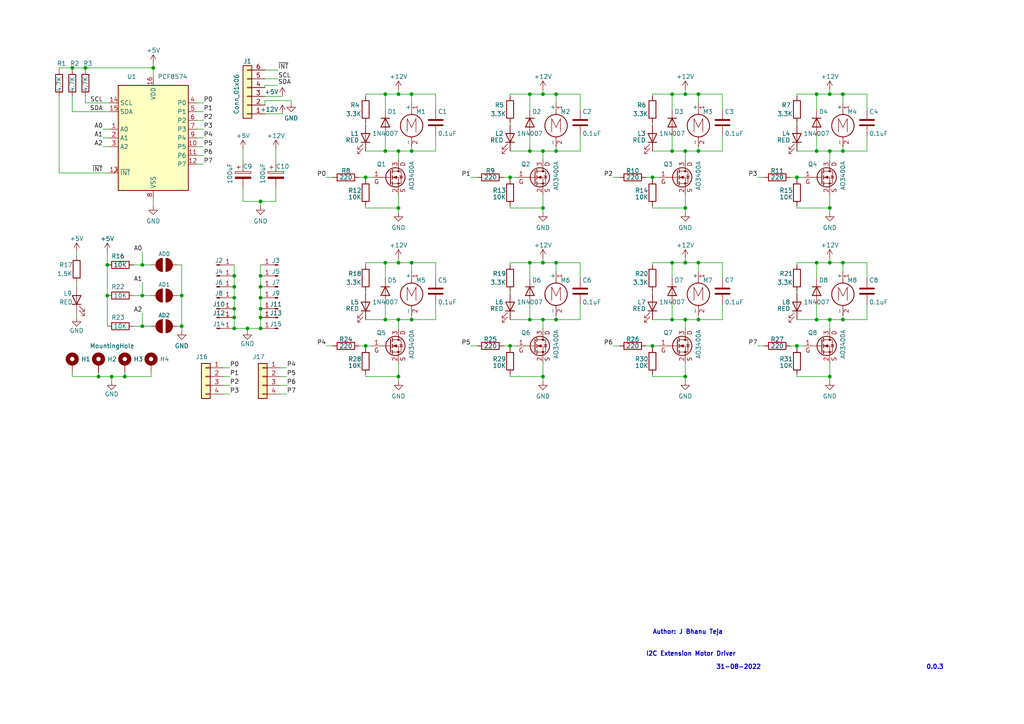
<source format=kicad_sch>
(kicad_sch (version 20211123) (generator eeschema)
  (paper "A4")
  (junction (at 240.665 76.2))
  (junction (at 28.575 109.22))
  (junction (at 240.665 92.71))
  (junction (at 75.565 58.42))
  (junction (at 157.48 76.2))
  (junction (at 198.755 60.325))
  (junction (at 194.945 43.815))
  (junction (at 75.565 80.01))
  (junction (at 41.275 85.725))
  (junction (at 52.705 85.725))
  (junction (at 194.945 76.2))
  (junction (at 111.76 92.71))
  (junction (at 202.565 27.305))
  (junction (at 67.945 89.535))
  (junction (at 147.955 100.33))
  (junction (at 153.67 92.71))
  (junction (at 44.45 19.685))
  (junction (at 194.945 92.71))
  (junction (at 157.48 109.22))
  (junction (at 119.38 92.71))
  (junction (at 75.565 95.25))
  (junction (at 202.565 43.815))
  (junction (at 153.67 43.815))
  (junction (at 236.855 92.71))
  (junction (at 75.565 83.185))
  (junction (at 106.045 51.435))
  (junction (at 161.29 27.305))
  (junction (at 115.57 92.71))
  (junction (at 153.67 76.2))
  (junction (at 111.76 43.815))
  (junction (at 75.565 92.075))
  (junction (at 157.48 43.815))
  (junction (at 157.48 60.325))
  (junction (at 161.29 76.2))
  (junction (at 240.665 27.305))
  (junction (at 75.565 86.36))
  (junction (at 75.565 89.535))
  (junction (at 119.38 76.2))
  (junction (at 119.38 43.815))
  (junction (at 189.23 100.33))
  (junction (at 31.115 76.835))
  (junction (at 119.38 27.305))
  (junction (at 236.855 43.815))
  (junction (at 244.475 43.815))
  (junction (at 36.195 109.22))
  (junction (at 41.275 94.615))
  (junction (at 161.29 43.815))
  (junction (at 67.945 95.25))
  (junction (at 189.23 51.435))
  (junction (at 240.665 43.815))
  (junction (at 198.755 92.71))
  (junction (at 111.76 76.2))
  (junction (at 236.855 76.2))
  (junction (at 244.475 76.2))
  (junction (at 31.115 85.725))
  (junction (at 157.48 92.71))
  (junction (at 115.57 76.2))
  (junction (at 240.665 109.22))
  (junction (at 198.755 76.2))
  (junction (at 52.705 94.615))
  (junction (at 231.14 100.33))
  (junction (at 115.57 60.325))
  (junction (at 67.945 86.36))
  (junction (at 194.945 27.305))
  (junction (at 115.57 109.22))
  (junction (at 240.665 60.325))
  (junction (at 153.67 27.305))
  (junction (at 202.565 92.71))
  (junction (at 115.57 43.815))
  (junction (at 111.76 27.305))
  (junction (at 67.945 83.185))
  (junction (at 24.765 19.685))
  (junction (at 198.755 27.305))
  (junction (at 71.755 95.25))
  (junction (at 236.855 27.305))
  (junction (at 67.945 92.075))
  (junction (at 41.275 76.835))
  (junction (at 231.14 51.435))
  (junction (at 198.755 109.22))
  (junction (at 157.48 27.305))
  (junction (at 147.955 51.435))
  (junction (at 20.955 19.685))
  (junction (at 198.755 43.815))
  (junction (at 32.385 109.22))
  (junction (at 244.475 27.305))
  (junction (at 202.565 76.2))
  (junction (at 161.29 92.71))
  (junction (at 67.945 80.01))
  (junction (at 115.57 27.305))
  (junction (at 106.045 100.33))
  (junction (at 244.475 92.71))
  (wire (pts (xy 157.48 109.22) (xy 157.48 110.49)))
  (wire (pts (xy 157.48 43.815) (xy 161.29 43.815)))
  (wire (pts (xy 119.38 27.305) (xy 119.38 29.845)))
  (wire (pts (xy 251.46 39.37) (xy 251.46 43.815)))
  (wire (pts (xy 71.755 95.885) (xy 71.755 95.25)))
  (wire (pts (xy 168.275 80.645) (xy 168.275 76.2)))
  (wire (pts (xy 236.855 27.305) (xy 240.665 27.305)))
  (wire (pts (xy 240.665 26.035) (xy 240.665 27.305)))
  (wire (pts (xy 24.765 27.94) (xy 24.765 29.845)))
  (wire (pts (xy 168.275 43.815) (xy 161.29 43.815)))
  (wire (pts (xy 209.55 92.71) (xy 202.565 92.71)))
  (wire (pts (xy 168.275 88.265) (xy 168.275 92.71)))
  (wire (pts (xy 189.23 92.71) (xy 194.945 92.71)))
  (wire (pts (xy 194.945 88.265) (xy 194.945 92.71)))
  (wire (pts (xy 136.525 51.435) (xy 138.43 51.435)))
  (wire (pts (xy 44.45 57.785) (xy 44.45 59.69)))
  (wire (pts (xy 157.48 74.93) (xy 157.48 76.2)))
  (wire (pts (xy 38.735 85.725) (xy 41.275 85.725)))
  (wire (pts (xy 229.235 100.33) (xy 231.14 100.33)))
  (wire (pts (xy 189.23 59.69) (xy 189.23 60.325)))
  (wire (pts (xy 236.855 92.71) (xy 240.665 92.71)))
  (wire (pts (xy 219.71 100.33) (xy 221.615 100.33)))
  (wire (pts (xy 194.945 76.2) (xy 198.755 76.2)))
  (wire (pts (xy 24.765 29.845) (xy 31.75 29.845)))
  (wire (pts (xy 202.565 43.815) (xy 202.565 42.545)))
  (wire (pts (xy 64.77 114.3) (xy 66.675 114.3)))
  (wire (pts (xy 153.67 88.265) (xy 153.67 92.71)))
  (wire (pts (xy 231.14 51.435) (xy 231.14 52.07)))
  (wire (pts (xy 17.145 50.165) (xy 31.75 50.165)))
  (wire (pts (xy 76.835 30.48) (xy 76.835 29.21)))
  (wire (pts (xy 31.115 73.025) (xy 31.115 76.835)))
  (wire (pts (xy 81.28 114.3) (xy 83.185 114.3)))
  (wire (pts (xy 209.55 27.305) (xy 202.565 27.305)))
  (wire (pts (xy 106.045 35.56) (xy 106.045 36.195)))
  (wire (pts (xy 147.955 109.22) (xy 157.48 109.22)))
  (wire (pts (xy 157.48 43.815) (xy 157.48 46.355)))
  (wire (pts (xy 251.46 76.2) (xy 244.475 76.2)))
  (wire (pts (xy 106.045 60.325) (xy 115.57 60.325)))
  (wire (pts (xy 202.565 92.71) (xy 202.565 91.44)))
  (wire (pts (xy 41.275 85.725) (xy 43.815 85.725)))
  (wire (pts (xy 41.275 94.615) (xy 43.815 94.615)))
  (wire (pts (xy 94.615 51.435) (xy 96.52 51.435)))
  (wire (pts (xy 189.23 100.33) (xy 189.23 100.965)))
  (wire (pts (xy 67.945 92.075) (xy 67.945 95.25)))
  (wire (pts (xy 84.455 29.21) (xy 84.455 29.845)))
  (wire (pts (xy 202.565 76.2) (xy 202.565 78.74)))
  (wire (pts (xy 106.045 100.33) (xy 107.95 100.33)))
  (wire (pts (xy 231.14 84.455) (xy 231.14 85.09)))
  (wire (pts (xy 231.14 51.435) (xy 233.045 51.435)))
  (wire (pts (xy 51.435 85.725) (xy 52.705 85.725)))
  (wire (pts (xy 106.045 92.71) (xy 111.76 92.71)))
  (wire (pts (xy 189.23 108.585) (xy 189.23 109.22)))
  (wire (pts (xy 240.665 109.22) (xy 240.665 110.49)))
  (wire (pts (xy 41.275 90.805) (xy 41.275 94.615)))
  (wire (pts (xy 126.365 39.37) (xy 126.365 43.815)))
  (wire (pts (xy 251.46 88.265) (xy 251.46 92.71)))
  (wire (pts (xy 198.755 92.71) (xy 202.565 92.71)))
  (wire (pts (xy 231.14 100.33) (xy 233.045 100.33)))
  (wire (pts (xy 106.045 100.33) (xy 106.045 100.965)))
  (wire (pts (xy 168.275 76.2) (xy 161.29 76.2)))
  (wire (pts (xy 115.57 105.41) (xy 115.57 109.22)))
  (wire (pts (xy 111.76 27.305) (xy 115.57 27.305)))
  (wire (pts (xy 115.57 109.22) (xy 115.57 110.49)))
  (wire (pts (xy 43.815 109.22) (xy 43.815 107.95)))
  (wire (pts (xy 147.955 100.33) (xy 149.86 100.33)))
  (wire (pts (xy 231.14 59.69) (xy 231.14 60.325)))
  (wire (pts (xy 80.01 58.42) (xy 75.565 58.42)))
  (wire (pts (xy 189.23 109.22) (xy 198.755 109.22)))
  (wire (pts (xy 189.23 100.33) (xy 191.135 100.33)))
  (wire (pts (xy 106.045 59.69) (xy 106.045 60.325)))
  (wire (pts (xy 115.57 92.71) (xy 115.57 95.25)))
  (wire (pts (xy 115.57 27.305) (xy 119.38 27.305)))
  (wire (pts (xy 236.855 27.305) (xy 236.855 31.75)))
  (wire (pts (xy 147.955 27.94) (xy 147.955 27.305)))
  (wire (pts (xy 189.23 51.435) (xy 189.23 52.07)))
  (wire (pts (xy 157.48 76.2) (xy 161.29 76.2)))
  (wire (pts (xy 76.835 29.21) (xy 84.455 29.21)))
  (wire (pts (xy 76.835 22.86) (xy 80.645 22.86)))
  (wire (pts (xy 198.755 43.815) (xy 198.755 46.355)))
  (wire (pts (xy 147.955 35.56) (xy 147.955 36.195)))
  (wire (pts (xy 240.665 92.71) (xy 240.665 95.25)))
  (wire (pts (xy 168.275 27.305) (xy 161.29 27.305)))
  (wire (pts (xy 236.855 39.37) (xy 236.855 43.815)))
  (wire (pts (xy 75.565 80.01) (xy 75.565 83.185)))
  (wire (pts (xy 136.525 100.33) (xy 138.43 100.33)))
  (wire (pts (xy 20.955 109.22) (xy 28.575 109.22)))
  (wire (pts (xy 115.57 26.035) (xy 115.57 27.305)))
  (wire (pts (xy 147.955 108.585) (xy 147.955 109.22)))
  (wire (pts (xy 106.045 76.835) (xy 106.045 76.2)))
  (wire (pts (xy 75.565 83.185) (xy 75.565 86.36)))
  (wire (pts (xy 198.755 74.93) (xy 198.755 76.2)))
  (wire (pts (xy 126.365 88.265) (xy 126.365 92.71)))
  (wire (pts (xy 28.575 107.95) (xy 28.575 109.22)))
  (wire (pts (xy 231.14 43.815) (xy 236.855 43.815)))
  (wire (pts (xy 240.665 27.305) (xy 244.475 27.305)))
  (wire (pts (xy 115.57 92.71) (xy 119.38 92.71)))
  (wire (pts (xy 251.46 43.815) (xy 244.475 43.815)))
  (wire (pts (xy 76.835 24.765) (xy 80.645 24.765)))
  (wire (pts (xy 147.955 84.455) (xy 147.955 85.09)))
  (wire (pts (xy 75.565 76.835) (xy 75.565 80.01)))
  (wire (pts (xy 81.28 111.76) (xy 83.185 111.76)))
  (wire (pts (xy 147.955 100.33) (xy 147.955 100.965)))
  (wire (pts (xy 67.945 80.01) (xy 67.945 83.185)))
  (wire (pts (xy 57.15 47.625) (xy 59.055 47.625)))
  (wire (pts (xy 189.23 51.435) (xy 191.135 51.435)))
  (wire (pts (xy 240.665 43.815) (xy 244.475 43.815)))
  (wire (pts (xy 189.23 43.815) (xy 194.945 43.815)))
  (wire (pts (xy 157.48 26.035) (xy 157.48 27.305)))
  (wire (pts (xy 106.045 43.815) (xy 111.76 43.815)))
  (wire (pts (xy 209.55 76.2) (xy 202.565 76.2)))
  (wire (pts (xy 36.195 109.22) (xy 43.815 109.22)))
  (wire (pts (xy 198.755 60.325) (xy 198.755 61.595)))
  (wire (pts (xy 57.15 42.545) (xy 59.055 42.545)))
  (wire (pts (xy 231.14 92.71) (xy 236.855 92.71)))
  (wire (pts (xy 240.665 43.815) (xy 240.665 46.355)))
  (wire (pts (xy 76.835 33.02) (xy 81.915 33.02)))
  (wire (pts (xy 57.15 45.085) (xy 59.055 45.085)))
  (wire (pts (xy 41.275 76.835) (xy 43.815 76.835)))
  (wire (pts (xy 44.45 18.415) (xy 44.45 19.685)))
  (wire (pts (xy 104.14 51.435) (xy 106.045 51.435)))
  (wire (pts (xy 64.77 111.76) (xy 66.675 111.76)))
  (wire (pts (xy 29.845 40.005) (xy 31.75 40.005)))
  (wire (pts (xy 111.76 92.71) (xy 115.57 92.71)))
  (wire (pts (xy 67.945 76.835) (xy 67.945 80.01)))
  (wire (pts (xy 231.14 100.33) (xy 231.14 100.965)))
  (wire (pts (xy 36.195 107.95) (xy 36.195 109.22)))
  (wire (pts (xy 189.23 76.2) (xy 194.945 76.2)))
  (wire (pts (xy 71.755 95.25) (xy 75.565 95.25)))
  (wire (pts (xy 168.275 39.37) (xy 168.275 43.815)))
  (wire (pts (xy 231.14 27.305) (xy 236.855 27.305)))
  (wire (pts (xy 198.755 92.71) (xy 198.755 95.25)))
  (wire (pts (xy 67.945 83.185) (xy 67.945 86.36)))
  (wire (pts (xy 177.8 100.33) (xy 179.705 100.33)))
  (wire (pts (xy 147.955 76.835) (xy 147.955 76.2)))
  (wire (pts (xy 22.225 73.025) (xy 22.225 74.295)))
  (wire (pts (xy 29.845 42.545) (xy 31.75 42.545)))
  (wire (pts (xy 161.29 92.71) (xy 161.29 91.44)))
  (wire (pts (xy 189.23 27.305) (xy 194.945 27.305)))
  (wire (pts (xy 80.01 54.61) (xy 80.01 58.42)))
  (wire (pts (xy 31.115 85.725) (xy 31.115 94.615)))
  (wire (pts (xy 32.385 110.49) (xy 32.385 109.22)))
  (wire (pts (xy 81.28 106.68) (xy 83.185 106.68)))
  (wire (pts (xy 76.835 27.94) (xy 81.915 27.94)))
  (wire (pts (xy 153.67 43.815) (xy 157.48 43.815)))
  (wire (pts (xy 198.755 27.305) (xy 202.565 27.305)))
  (wire (pts (xy 147.955 43.815) (xy 153.67 43.815)))
  (wire (pts (xy 41.275 81.915) (xy 41.275 85.725)))
  (wire (pts (xy 244.475 76.2) (xy 244.475 78.74)))
  (wire (pts (xy 157.48 60.325) (xy 157.48 61.595)))
  (wire (pts (xy 22.225 90.805) (xy 22.225 92.075)))
  (wire (pts (xy 244.475 27.305) (xy 244.475 29.845)))
  (wire (pts (xy 20.955 107.95) (xy 20.955 109.22)))
  (wire (pts (xy 189.23 60.325) (xy 198.755 60.325)))
  (wire (pts (xy 111.76 39.37) (xy 111.76 43.815)))
  (wire (pts (xy 51.435 94.615) (xy 52.705 94.615)))
  (wire (pts (xy 115.57 43.815) (xy 115.57 46.355)))
  (wire (pts (xy 194.945 39.37) (xy 194.945 43.815)))
  (wire (pts (xy 52.705 76.835) (xy 52.705 85.725)))
  (wire (pts (xy 75.565 59.69) (xy 75.565 58.42)))
  (wire (pts (xy 231.14 108.585) (xy 231.14 109.22)))
  (wire (pts (xy 24.765 19.685) (xy 44.45 19.685)))
  (wire (pts (xy 161.29 27.305) (xy 161.29 29.845)))
  (wire (pts (xy 194.945 43.815) (xy 198.755 43.815)))
  (wire (pts (xy 231.14 60.325) (xy 240.665 60.325)))
  (wire (pts (xy 147.955 92.71) (xy 153.67 92.71)))
  (wire (pts (xy 126.365 27.305) (xy 119.38 27.305)))
  (wire (pts (xy 147.955 76.2) (xy 153.67 76.2)))
  (wire (pts (xy 51.435 76.835) (xy 52.705 76.835)))
  (wire (pts (xy 187.325 100.33) (xy 189.23 100.33)))
  (wire (pts (xy 231.14 109.22) (xy 240.665 109.22)))
  (wire (pts (xy 119.38 43.815) (xy 119.38 42.545)))
  (wire (pts (xy 189.23 84.455) (xy 189.23 85.09)))
  (wire (pts (xy 76.835 25.4) (xy 76.835 24.765)))
  (wire (pts (xy 219.71 51.435) (xy 221.615 51.435)))
  (wire (pts (xy 157.48 56.515) (xy 157.48 60.325)))
  (wire (pts (xy 126.365 31.75) (xy 126.365 27.305)))
  (wire (pts (xy 31.115 76.835) (xy 31.115 85.725)))
  (wire (pts (xy 20.955 19.685) (xy 24.765 19.685)))
  (wire (pts (xy 236.855 88.265) (xy 236.855 92.71)))
  (wire (pts (xy 240.665 105.41) (xy 240.665 109.22)))
  (wire (pts (xy 194.945 27.305) (xy 194.945 31.75)))
  (wire (pts (xy 70.485 58.42) (xy 75.565 58.42)))
  (wire (pts (xy 236.855 43.815) (xy 240.665 43.815)))
  (wire (pts (xy 194.945 76.2) (xy 194.945 80.645)))
  (wire (pts (xy 52.705 94.615) (xy 52.705 95.885)))
  (wire (pts (xy 20.955 32.385) (xy 31.75 32.385)))
  (wire (pts (xy 41.275 73.025) (xy 41.275 76.835)))
  (wire (pts (xy 32.385 109.22) (xy 36.195 109.22)))
  (wire (pts (xy 147.955 27.305) (xy 153.67 27.305)))
  (wire (pts (xy 115.57 43.815) (xy 119.38 43.815)))
  (wire (pts (xy 111.76 43.815) (xy 115.57 43.815)))
  (wire (pts (xy 198.755 56.515) (xy 198.755 60.325)))
  (wire (pts (xy 106.045 76.2) (xy 111.76 76.2)))
  (wire (pts (xy 198.755 76.2) (xy 202.565 76.2)))
  (wire (pts (xy 146.05 100.33) (xy 147.955 100.33)))
  (wire (pts (xy 111.76 76.2) (xy 115.57 76.2)))
  (wire (pts (xy 198.755 43.815) (xy 202.565 43.815)))
  (wire (pts (xy 251.46 80.645) (xy 251.46 76.2)))
  (wire (pts (xy 209.55 80.645) (xy 209.55 76.2)))
  (wire (pts (xy 244.475 43.815) (xy 244.475 42.545)))
  (wire (pts (xy 251.46 31.75) (xy 251.46 27.305)))
  (wire (pts (xy 64.77 106.68) (xy 66.675 106.68)))
  (wire (pts (xy 236.855 76.2) (xy 240.665 76.2)))
  (wire (pts (xy 126.365 43.815) (xy 119.38 43.815)))
  (wire (pts (xy 209.55 88.265) (xy 209.55 92.71)))
  (wire (pts (xy 17.145 19.685) (xy 20.955 19.685)))
  (wire (pts (xy 38.735 94.615) (xy 41.275 94.615)))
  (wire (pts (xy 17.145 20.32) (xy 17.145 19.685)))
  (wire (pts (xy 161.29 43.815) (xy 161.29 42.545)))
  (wire (pts (xy 115.57 56.515) (xy 115.57 60.325)))
  (wire (pts (xy 75.565 86.36) (xy 75.565 89.535)))
  (wire (pts (xy 106.045 109.22) (xy 115.57 109.22)))
  (wire (pts (xy 240.665 60.325) (xy 240.665 61.595)))
  (wire (pts (xy 80.01 43.18) (xy 80.01 46.99)))
  (wire (pts (xy 106.045 51.435) (xy 107.95 51.435)))
  (wire (pts (xy 189.23 35.56) (xy 189.23 36.195)))
  (wire (pts (xy 202.565 27.305) (xy 202.565 29.845)))
  (wire (pts (xy 198.755 109.22) (xy 198.755 110.49)))
  (wire (pts (xy 194.945 92.71) (xy 198.755 92.71)))
  (wire (pts (xy 251.46 27.305) (xy 244.475 27.305)))
  (wire (pts (xy 240.665 76.2) (xy 244.475 76.2)))
  (wire (pts (xy 147.955 60.325) (xy 157.48 60.325)))
  (wire (pts (xy 57.15 40.005) (xy 59.055 40.005)))
  (wire (pts (xy 115.57 74.93) (xy 115.57 76.2)))
  (wire (pts (xy 119.38 92.71) (xy 119.38 91.44)))
  (wire (pts (xy 57.15 32.385) (xy 59.055 32.385)))
  (wire (pts (xy 153.67 76.2) (xy 153.67 80.645)))
  (wire (pts (xy 157.48 92.71) (xy 161.29 92.71)))
  (wire (pts (xy 67.945 86.36) (xy 67.945 89.535)))
  (wire (pts (xy 115.57 60.325) (xy 115.57 61.595)))
  (wire (pts (xy 24.765 19.685) (xy 24.765 20.32)))
  (wire (pts (xy 57.15 34.925) (xy 59.055 34.925)))
  (wire (pts (xy 44.45 19.685) (xy 44.45 22.225)))
  (wire (pts (xy 198.755 105.41) (xy 198.755 109.22)))
  (wire (pts (xy 240.665 74.93) (xy 240.665 76.2)))
  (wire (pts (xy 153.67 39.37) (xy 153.67 43.815)))
  (wire (pts (xy 81.28 109.22) (xy 83.185 109.22)))
  (wire (pts (xy 189.23 27.94) (xy 189.23 27.305)))
  (wire (pts (xy 22.225 81.915) (xy 22.225 83.185)))
  (wire (pts (xy 75.565 92.075) (xy 75.565 95.25)))
  (wire (pts (xy 147.955 59.69) (xy 147.955 60.325)))
  (wire (pts (xy 64.77 109.22) (xy 66.675 109.22)))
  (wire (pts (xy 104.14 100.33) (xy 106.045 100.33)))
  (wire (pts (xy 153.67 92.71) (xy 157.48 92.71)))
  (wire (pts (xy 111.76 76.2) (xy 111.76 80.645)))
  (wire (pts (xy 106.045 84.455) (xy 106.045 85.09)))
  (wire (pts (xy 236.855 76.2) (xy 236.855 80.645)))
  (wire (pts (xy 70.485 54.61) (xy 70.485 58.42)))
  (wire (pts (xy 94.615 100.33) (xy 96.52 100.33)))
  (wire (pts (xy 20.955 19.685) (xy 20.955 20.32)))
  (wire (pts (xy 67.945 89.535) (xy 67.945 92.075)))
  (wire (pts (xy 76.835 20.32) (xy 80.645 20.32)))
  (wire (pts (xy 75.565 89.535) (xy 75.565 92.075)))
  (wire (pts (xy 229.235 51.435) (xy 231.14 51.435)))
  (wire (pts (xy 231.14 76.2) (xy 236.855 76.2)))
  (wire (pts (xy 111.76 88.265) (xy 111.76 92.71)))
  (wire (pts (xy 157.48 92.71) (xy 157.48 95.25)))
  (wire (pts (xy 106.045 108.585) (xy 106.045 109.22)))
  (wire (pts (xy 187.325 51.435) (xy 189.23 51.435)))
  (wire (pts (xy 111.76 27.305) (xy 111.76 31.75)))
  (wire (pts (xy 209.55 39.37) (xy 209.55 43.815)))
  (wire (pts (xy 57.15 37.465) (xy 59.055 37.465)))
  (wire (pts (xy 161.29 76.2) (xy 161.29 78.74)))
  (wire (pts (xy 177.8 51.435) (xy 179.705 51.435)))
  (wire (pts (xy 106.045 51.435) (xy 106.045 52.07)))
  (wire (pts (xy 209.55 31.75) (xy 209.55 27.305)))
  (wire (pts (xy 126.365 92.71) (xy 119.38 92.71)))
  (wire (pts (xy 17.145 27.94) (xy 17.145 50.165)))
  (wire (pts (xy 244.475 92.71) (xy 244.475 91.44)))
  (wire (pts (xy 38.735 76.835) (xy 41.275 76.835)))
  (wire (pts (xy 189.23 76.835) (xy 189.23 76.2)))
  (wire (pts (xy 240.665 56.515) (xy 240.665 60.325)))
  (wire (pts (xy 168.275 31.75) (xy 168.275 27.305)))
  (wire (pts (xy 71.755 95.25) (xy 67.945 95.25)))
  (wire (pts (xy 147.955 51.435) (xy 147.955 52.07)))
  (wire (pts (xy 146.05 51.435) (xy 147.955 51.435)))
  (wire (pts (xy 57.15 29.845) (xy 59.055 29.845)))
  (wire (pts (xy 157.48 105.41) (xy 157.48 109.22)))
  (wire (pts (xy 52.705 85.725) (xy 52.705 94.615)))
  (wire (pts (xy 20.955 27.94) (xy 20.955 32.385)))
  (wire (pts (xy 157.48 27.305) (xy 161.29 27.305)))
  (wire (pts (xy 70.485 43.18) (xy 70.485 46.99)))
  (wire (pts (xy 29.845 37.465) (xy 31.75 37.465)))
  (wire (pts (xy 28.575 109.22) (xy 32.385 109.22)))
  (wire (pts (xy 209.55 43.815) (xy 202.565 43.815)))
  (wire (pts (xy 231.14 27.94) (xy 231.14 27.305)))
  (wire (pts (xy 198.755 26.035) (xy 198.755 27.305)))
  (wire (pts (xy 251.46 92.71) (xy 244.475 92.71)))
  (wire (pts (xy 231.14 76.835) (xy 231.14 76.2)))
  (wire (pts (xy 194.945 27.305) (xy 198.755 27.305)))
  (wire (pts (xy 106.045 27.94) (xy 106.045 27.305)))
  (wire (pts (xy 153.67 27.305) (xy 153.67 31.75)))
  (wire (pts (xy 126.365 80.645) (xy 126.365 76.2)))
  (wire (pts (xy 119.38 76.2) (xy 119.38 78.74)))
  (wire (pts (xy 106.045 27.305) (xy 111.76 27.305)))
  (wire (pts (xy 153.67 76.2) (xy 157.48 76.2)))
  (wire (pts (xy 240.665 92.71) (xy 244.475 92.71)))
  (wire (pts (xy 231.14 35.56) (xy 231.14 36.195)))
  (wire (pts (xy 153.67 27.305) (xy 157.48 27.305)))
  (wire (pts (xy 168.275 92.71) (xy 161.29 92.71)))
  (wire (pts (xy 115.57 76.2) (xy 119.38 76.2)))
  (wire (pts (xy 147.955 51.435) (xy 149.86 51.435)))
  (wire (pts (xy 126.365 76.2) (xy 119.38 76.2)))
  (text "0.0.3" (at 268.605 194.31 0) (effects (font (size 1.27 1.27) bold) (justify left bottom)))
  (text "Author: J Bhanu Teja" (at 189.23 184.15 0) (effects (font (size 1.27 1.27) (thickness 0.254) bold) (justify left bottom)))
  (text "I2C Extension Motor Driver " (at 187.325 190.5 0) (effects (font (size 1.27 1.27) (thickness 0.254) bold) (justify left bottom)))
  (text "31-08-2022" (at 207.645 194.31 0) (effects (font (size 1.27 1.27) bold) (justify left bottom)))
  (label "SDA" (at 80.645 24.765 0))
  (label "~{INT}" (at 29.845 50.165 180))
  (label "SCL" (at 80.645 22.86 0))
  (label "P4" (at 83.185 106.68 0))
  (label "P5" (at 83.185 109.22 0))
  (label "A0" (at 41.275 73.025 180))
  (label "P7" (at 59.055 47.625 0))
  (label "A2" (at 41.275 90.805 180))
  (label "P1" (at 59.055 32.385 0))
  (label "A1" (at 29.845 40.005 180))
  (label "A0" (at 29.845 37.465 180))
  (label "P5" (at 59.055 42.545 0))
  (label "P0" (at 59.055 29.845 0))
  (label "P3" (at 66.675 114.3 0))
  (label "P7" (at 83.185 114.3 0))
  (label "P2" (at 66.675 111.76 0))
  (label "P7" (at 219.71 100.33 180))
  (label "P6" (at 177.8 100.33 180))
  (label "SDA" (at 29.845 32.385 180))
  (label "P2" (at 59.055 34.925 0))
  (label "P1" (at 66.675 109.22 0))
  (label "~{INT}" (at 80.645 20.32 0))
  (label "P4" (at 94.615 100.33 180))
  (label "A1" (at 41.275 81.915 180))
  (label "A2" (at 29.845 42.545 180))
  (label "P6" (at 59.055 45.085 0))
  (label "P0" (at 66.675 106.68 0))
  (label "P6" (at 83.185 111.76 0))
  (label "P5" (at 136.525 100.33 180))
  (label "P3" (at 59.055 37.465 0))
  (label "P2" (at 177.8 51.435 180))
  (label "P4" (at 59.055 40.005 0))
  (label "P0" (at 94.615 51.435 180))
  (label "P1" (at 136.525 51.435 180))
  (label "P3" (at 219.71 51.435 180))
  (label "SCL" (at 29.845 29.845 180))
  (symbol (lib_id "Mechanical:MountingHole_Pad") (at 43.815 105.41 0) (unit 1)
    (property "Reference" "H4" (at 46.355 104.1654 0) (effects (justify left)))
    (property "Value" "MountingHole" (effects hide))
    (property "Footprint" "MountingHole:MountingHole_3.2mm_M3_Pad" (effects hide))
  )
  (symbol (lib_id "Device:R") (at 106.045 80.645 0) (unit 1)
    (property "Reference" "R18" (at 100.965 79.375 0) (effects (justify left)))
    (property "Value" "3.3K" (at 100.33 81.915 0) (effects (justify left)))
    (property "Footprint" "Resistor_SMD:R_0805_2012Metric" (effects hide))
  )
  (symbol (lib_id "power:GND") (at 75.565 59.69 0) (unit 1)
    (property "Reference" "#PWR024" (effects hide))
    (property "Value" "GND" (at 75.565 64.135 0))
  )
  (symbol (lib_id "Device:R") (at 106.045 104.775 0) (unit 1)
    (property "Reference" "R28" (at 100.965 104.14 0) (effects (justify left)))
    (property "Value" "10K" (at 100.965 106.045 0) (effects (justify left)))
    (property "Footprint" "Resistor_SMD:R_0805_2012Metric" (effects hide))
  )
  (symbol (lib_id "power:+12V") (at 157.48 26.035 0) (unit 1)
    (property "Reference" "#PWR03" (effects hide))
    (property "Value" "+12V" (at 157.48 22.225 0))
  )
  (symbol (lib_id "Device:R") (at 24.765 24.13 0) (unit 1)
    (property "Reference" "R3" (at 24.13 18.415 0) (effects (justify left)))
    (property "Value" "4.7K" (at 24.765 26.67 90) (effects (justify left)))
    (property "Footprint" "Resistor_SMD:R_0805_2012Metric" (effects hide))
  )
  (symbol (lib_id "power:GND") (at 115.57 61.595 0) (unit 1)
    (property "Reference" "#PWR010" (effects hide))
    (property "Value" "GND" (at 115.57 66.04 0))
  )
  (symbol (lib_id "Motor:Motor_DC") (at 161.29 83.82 0) (unit 1)
    (property "Reference" "M6" (at 162.56 81.28 0) (effects (justify left)))
    (property "Value" "Motor_DC" (effects hide))
    (property "Footprint" "Connector_JST:JST_EH_S2B-EH_1x02_P2.50mm_Horizontal" (effects hide))
  )
  (symbol (lib_id "Device:D") (at 194.945 84.455 270) (unit 1)
    (property "Reference" "D7" (at 195.58 81.28 90) (effects (justify left)))
    (property "Value" "1N4007" (at 191.135 87.63 90) (effects (justify left)))
    (property "Footprint" "Diode_SMD:D_SMA" (effects hide))
  )
  (symbol (lib_id "Device:R") (at 100.33 100.33 90) (unit 1)
    (property "Reference" "R24" (at 100.33 98.425 90))
    (property "Value" "220" (at 100.33 100.33 90))
    (property "Footprint" "Resistor_SMD:R_0805_2012Metric" (effects hide))
  )
  (symbol (lib_id "Interface_Expansion:PCF8574") (at 44.45 40.005 0) (unit 1)
    (property "Reference" "U1" (at 36.83 22.225 0) (effects (justify left)))
    (property "Value" "PCF8574" (at 45.72 22.225 0) (effects (justify left)))
    (property "Footprint" "Package_SO:SOIC-16W_7.5x10.3mm_P1.27mm" (effects hide))
    (property "Datasheet" "http://www.nxp.com/documents/data_sheet/PCF8574_PCF8574A.pdf" (effects hide))
  )
  (symbol (lib_id "power:+5V") (at 31.115 73.025 0) (unit 1)
    (property "Reference" "#PWR015" (effects hide))
    (property "Value" "+5V" (at 31.115 69.215 0))
  )
  (symbol (lib_id "Device:LED") (at 189.23 40.005 270) (mirror x) (unit 1)
    (property "Reference" "L3" (at 187.325 38.735 90) (effects (justify right)))
    (property "Value" "RED" (at 187.325 40.64 90) (effects (justify right)))
    (property "Footprint" "LED_SMD:LED_0805_2012Metric" (effects hide))
  )
  (symbol (lib_id "Connector:Conn_01x01_Male") (at 62.865 95.25 0) (unit 1)
    (property "Reference" "J14" (at 63.5 93.98 0))
    (property "Value" "Conn_01x01_Male" (effects hide))
    (property "Footprint" "Connectors:1X01" (effects hide))
  )
  (symbol (lib_id "Connector:Conn_01x01_Male") (at 62.865 92.075 0) (unit 1)
    (property "Reference" "J12" (at 63.5 90.805 0))
    (property "Value" "Conn_01x01_Male" (effects hide))
    (property "Footprint" "Connectors:1X01" (effects hide))
  )
  (symbol (lib_id "power:+12V") (at 115.57 74.93 0) (unit 1)
    (property "Reference" "#PWR016" (effects hide))
    (property "Value" "+12V" (at 115.57 71.12 0))
  )
  (symbol (lib_id "Device:R") (at 106.045 31.75 0) (unit 1)
    (property "Reference" "R4" (at 101.6 30.48 0) (effects (justify left)))
    (property "Value" "3.3K" (at 100.33 33.02 0) (effects (justify left)))
    (property "Footprint" "Resistor_SMD:R_0805_2012Metric" (effects hide))
  )
  (symbol (lib_id "power:+5V") (at 44.45 18.415 0) (unit 1)
    (property "Reference" "#PWR01" (effects hide))
    (property "Value" "+5V" (at 44.45 14.605 0))
  )
  (symbol (lib_id "Connector:Conn_01x01_Male") (at 80.645 80.01 0) (mirror y) (unit 1)
    (property "Reference" "J5" (at 80.01 78.74 0))
    (property "Value" "Conn_01x01_Male" (effects hide))
    (property "Footprint" "Connectors:1X01" (effects hide))
  )
  (symbol (lib_id "Device:C_Polarized") (at 70.485 50.8 0) (unit 1)
    (property "Reference" "C9" (at 70.485 48.26 0) (effects (justify left)))
    (property "Value" "100uF" (at 66.675 53.34 90) (effects (justify left)))
    (property "Footprint" "Capacitor_SMD:CP_Elec_6.3x7.7" (effects hide))
  )
  (symbol (lib_id "Motor:Motor_DC") (at 202.565 34.925 0) (unit 1)
    (property "Reference" "M3" (at 203.835 32.385 0) (effects (justify left)))
    (property "Value" "Motor_DC" (effects hide))
    (property "Footprint" "Connector_JST:JST_EH_S2B-EH_1x02_P2.50mm_Horizontal" (effects hide))
  )
  (symbol (lib_id "Device:R") (at 231.14 31.75 0) (unit 1)
    (property "Reference" "R7" (at 226.695 30.48 0) (effects (justify left)))
    (property "Value" "3.3K" (at 225.425 33.02 0) (effects (justify left)))
    (property "Footprint" "Resistor_SMD:R_0805_2012Metric" (effects hide))
  )
  (symbol (lib_id "Device:LED") (at 22.225 86.995 90) (unit 1)
    (property "Reference" "L9" (at 18.415 85.09 90) (effects (justify right)))
    (property "Value" "RED" (at 17.145 87.63 90) (effects (justify right)))
    (property "Footprint" "LED_SMD:LED_0805_2012Metric" (effects hide))
  )
  (symbol (lib_id "Device:R") (at 100.33 51.435 90) (unit 1)
    (property "Reference" "R8" (at 100.33 49.53 90))
    (property "Value" "220" (at 100.33 51.435 90))
    (property "Footprint" "Resistor_SMD:R_0805_2012Metric" (effects hide))
  )
  (symbol (lib_id "power:GND") (at 198.755 61.595 0) (unit 1)
    (property "Reference" "#PWR012" (effects hide))
    (property "Value" "GND" (at 198.755 66.04 0))
  )
  (symbol (lib_id "Transistor_FET:AO3400A") (at 238.125 51.435 0) (unit 1)
    (property "Reference" "Q4" (at 234.315 47.625 0) (effects (justify left)))
    (property "Value" "AO3400A" (at 244.475 55.245 90) (effects (justify left)))
    (property "Footprint" "Package_TO_SOT_SMD:SOT-23" (effects hide))
    (property "Datasheet" "http://www.aosmd.com/pdfs/datasheet/AO3400A.pdf" (effects hide))
  )
  (symbol (lib_id "Connector:Conn_01x01_Male") (at 80.645 95.25 0) (mirror y) (unit 1)
    (property "Reference" "J15" (at 80.01 93.98 0))
    (property "Value" "Conn_01x01_Male" (effects hide))
    (property "Footprint" "Connectors:1X01" (effects hide))
  )
  (symbol (lib_id "Device:R") (at 225.425 51.435 90) (unit 1)
    (property "Reference" "R11" (at 225.425 49.53 90))
    (property "Value" "220" (at 225.425 51.435 90))
    (property "Footprint" "Resistor_SMD:R_0805_2012Metric" (effects hide))
  )
  (symbol (lib_id "Connector:Conn_01x01_Male") (at 80.645 89.535 0) (mirror y) (unit 1)
    (property "Reference" "J11" (at 80.01 88.265 0))
    (property "Value" "Conn_01x01_Male" (effects hide))
    (property "Footprint" "Connectors:1X01" (effects hide))
  )
  (symbol (lib_id "Device:C") (at 251.46 35.56 0) (unit 1)
    (property "Reference" "C4" (at 252.095 32.385 0) (effects (justify left)))
    (property "Value" "0.1uF" (at 252.095 38.735 0) (effects (justify left)))
    (property "Footprint" "Capacitor_SMD:C_0805_2012Metric" (effects hide))
  )
  (symbol (lib_id "Connector:Conn_01x01_Male") (at 80.645 92.075 0) (mirror y) (unit 1)
    (property "Reference" "J13" (at 80.01 90.805 0))
    (property "Value" "Conn_01x01_Male" (effects hide))
    (property "Footprint" "Connectors:1X01" (effects hide))
  )
  (symbol (lib_id "Device:R") (at 189.23 80.645 0) (unit 1)
    (property "Reference" "R20" (at 184.15 79.375 0) (effects (justify left)))
    (property "Value" "3.3K" (at 183.515 81.915 0) (effects (justify left)))
    (property "Footprint" "Resistor_SMD:R_0805_2012Metric" (effects hide))
  )
  (symbol (lib_id "Device:R") (at 189.23 55.88 0) (unit 1)
    (property "Reference" "R14" (at 184.15 55.245 0) (effects (justify left)))
    (property "Value" "10K" (at 184.15 57.15 0) (effects (justify left)))
    (property "Footprint" "Resistor_SMD:R_0805_2012Metric" (effects hide))
  )
  (symbol (lib_id "Connector_Generic:Conn_01x06") (at 71.755 27.94 180) (unit 1)
    (property "Reference" "J1" (at 71.755 17.78 0))
    (property "Value" "Conn_01x06" (at 68.58 27.305 90))
    (property "Footprint" "Connector_JST:JST_EH_S6B-EH_1x06_P2.50mm_Horizontal" (effects hide))
  )
  (symbol (lib_id "Device:D") (at 153.67 84.455 270) (unit 1)
    (property "Reference" "D6" (at 154.305 81.28 90) (effects (justify left)))
    (property "Value" "1N4007" (at 149.86 87.63 90) (effects (justify left)))
    (property "Footprint" "Diode_SMD:D_SMA" (effects hide))
  )
  (symbol (lib_id "Connector:Conn_01x01_Male") (at 80.645 83.185 0) (mirror y) (unit 1)
    (property "Reference" "J7" (at 80.01 81.915 0))
    (property "Value" "Conn_01x01_Male" (effects hide))
    (property "Footprint" "Connectors:1X01" (effects hide))
  )
  (symbol (lib_id "Device:LED") (at 147.955 40.005 270) (mirror x) (unit 1)
    (property "Reference" "L2" (at 146.05 38.735 90) (effects (justify right)))
    (property "Value" "RED" (at 146.05 40.64 90) (effects (justify right)))
    (property "Footprint" "LED_SMD:LED_0805_2012Metric" (effects hide))
  )
  (symbol (lib_id "power:GND") (at 240.665 61.595 0) (unit 1)
    (property "Reference" "#PWR013" (effects hide))
    (property "Value" "GND" (at 240.665 66.04 0))
  )
  (symbol (lib_id "Mechanical:MountingHole_Pad") (at 36.195 105.41 0) (unit 1)
    (property "Reference" "H3" (at 38.735 104.1654 0) (effects (justify left)))
    (property "Value" "MountingHole" (effects hide))
    (property "Footprint" "MountingHole:MountingHole_3.2mm_M3_Pad" (effects hide))
  )
  (symbol (lib_id "Device:C_Polarized") (at 80.01 50.8 0) (unit 1)
    (property "Reference" "C10" (at 80.01 48.26 0) (effects (justify left)))
    (property "Value" "100uF" (at 76.2 53.34 90) (effects (justify left)))
    (property "Footprint" "Capacitor_SMD:CP_Elec_6.3x7.7" (effects hide))
  )
  (symbol (lib_id "Connector_Generic:Conn_01x04") (at 76.2 109.22 0) (mirror y) (unit 1)
    (property "Reference" "J17" (at 76.835 103.505 0) (effects (justify left)))
    (property "Value" "Conn_01x04" (effects hide))
    (property "Footprint" "Connector_PinHeader_2.54mm:PinHeader_1x04_P2.54mm_Vertical" (effects hide))
  )
  (symbol (lib_id "power:+12V") (at 198.755 26.035 0) (unit 1)
    (property "Reference" "#PWR04" (effects hide))
    (property "Value" "+12V" (at 198.755 22.225 0))
  )
  (symbol (lib_id "Connector:Conn_01x01_Male") (at 62.865 80.01 0) (unit 1)
    (property "Reference" "J4" (at 63.5 78.74 0))
    (property "Value" "Conn_01x01_Male" (effects hide))
    (property "Footprint" "Connectors:1X01" (effects hide))
  )
  (symbol (lib_id "Device:C") (at 126.365 35.56 0) (unit 1)
    (property "Reference" "C1" (at 127 32.385 0) (effects (justify left)))
    (property "Value" "0.1uF" (at 127 38.735 0) (effects (justify left)))
    (property "Footprint" "Capacitor_SMD:C_0805_2012Metric" (effects hide))
  )
  (symbol (lib_id "power:+5V") (at 81.915 27.94 0) (unit 1)
    (property "Reference" "#PWR06" (effects hide))
    (property "Value" "+5V" (at 78.74 26.67 0))
  )
  (symbol (lib_id "Device:R") (at 189.23 31.75 0) (unit 1)
    (property "Reference" "R6" (at 184.785 30.48 0) (effects (justify left)))
    (property "Value" "3.3K" (at 183.515 33.02 0) (effects (justify left)))
    (property "Footprint" "Resistor_SMD:R_0805_2012Metric" (effects hide))
  )
  (symbol (lib_id "Device:LED") (at 106.045 88.9 270) (mirror x) (unit 1)
    (property "Reference" "L5" (at 104.14 87.63 90) (effects (justify right)))
    (property "Value" "RED" (at 104.14 89.535 90) (effects (justify right)))
    (property "Footprint" "LED_SMD:LED_0805_2012Metric" (effects hide))
  )
  (symbol (lib_id "Motor:Motor_DC") (at 119.38 34.925 0) (unit 1)
    (property "Reference" "M1" (at 120.65 32.385 0) (effects (justify left)))
    (property "Value" "Motor_DC" (effects hide))
    (property "Footprint" "Connector_JST:JST_EH_S2B-EH_1x02_P2.50mm_Horizontal" (effects hide))
  )
  (symbol (lib_id "Connector:Conn_01x01_Male") (at 80.645 76.835 0) (mirror y) (unit 1)
    (property "Reference" "J3" (at 80.01 75.565 0))
    (property "Value" "Conn_01x01_Male" (effects hide))
    (property "Footprint" "Connectors:1X01" (effects hide))
  )
  (symbol (lib_id "power:GND") (at 84.455 29.845 0) (unit 1)
    (property "Reference" "#PWR07" (effects hide))
    (property "Value" "GND" (at 84.455 34.29 0))
  )
  (symbol (lib_id "power:+12V") (at 81.915 33.02 0) (unit 1)
    (property "Reference" "#PWR08" (effects hide))
    (property "Value" "+12V" (at 78.105 31.75 0))
  )
  (symbol (lib_id "Device:LED") (at 106.045 40.005 270) (mirror x) (unit 1)
    (property "Reference" "L1" (at 104.14 38.735 90) (effects (justify right)))
    (property "Value" "RED" (at 104.14 40.64 90) (effects (justify right)))
    (property "Footprint" "LED_SMD:LED_0805_2012Metric" (effects hide))
  )
  (symbol (lib_id "Device:R") (at 142.24 51.435 90) (unit 1)
    (property "Reference" "R9" (at 142.24 49.53 90))
    (property "Value" "220" (at 142.24 51.435 90))
    (property "Footprint" "Resistor_SMD:R_0805_2012Metric" (effects hide))
  )
  (symbol (lib_id "Transistor_FET:AO3400A") (at 113.03 51.435 0) (unit 1)
    (property "Reference" "Q1" (at 109.22 47.625 0) (effects (justify left)))
    (property "Value" "AO3400A" (at 119.38 55.245 90) (effects (justify left)))
    (property "Footprint" "Package_TO_SOT_SMD:SOT-23" (effects hide))
    (property "Datasheet" "http://www.aosmd.com/pdfs/datasheet/AO3400A.pdf" (effects hide))
  )
  (symbol (lib_id "power:GND") (at 198.755 110.49 0) (unit 1)
    (property "Reference" "#PWR027" (effects hide))
    (property "Value" "GND" (at 198.755 114.935 0))
  )
  (symbol (lib_id "Device:R") (at 17.145 24.13 0) (unit 1)
    (property "Reference" "R1" (at 16.51 18.415 0) (effects (justify left)))
    (property "Value" "4.7K" (at 17.145 26.67 90) (effects (justify left)))
    (property "Footprint" "Resistor_SMD:R_0805_2012Metric" (effects hide))
  )
  (symbol (lib_id "Transistor_FET:AO3400A") (at 238.125 100.33 0) (unit 1)
    (property "Reference" "Q8" (at 234.315 96.52 0) (effects (justify left)))
    (property "Value" "AO3400A" (at 244.475 104.14 90) (effects (justify left)))
    (property "Footprint" "Package_TO_SOT_SMD:SOT-23" (effects hide))
    (property "Datasheet" "http://www.aosmd.com/pdfs/datasheet/AO3400A.pdf" (effects hide))
  )
  (symbol (lib_id "power:GND") (at 52.705 95.885 0) (unit 1)
    (property "Reference" "#PWR023" (effects hide))
    (property "Value" "GND" (at 52.705 100.33 0))
  )
  (symbol (lib_id "Device:R") (at 147.955 80.645 0) (unit 1)
    (property "Reference" "R19" (at 142.875 79.375 0) (effects (justify left)))
    (property "Value" "3.3K" (at 142.24 81.915 0) (effects (justify left)))
    (property "Footprint" "Resistor_SMD:R_0805_2012Metric" (effects hide))
  )
  (symbol (lib_id "Transistor_FET:AO3400A") (at 154.94 100.33 0) (unit 1)
    (property "Reference" "Q6" (at 151.13 96.52 0) (effects (justify left)))
    (property "Value" "AO3400A" (at 161.29 104.14 90) (effects (justify left)))
    (property "Footprint" "Package_TO_SOT_SMD:SOT-23" (effects hide))
    (property "Datasheet" "http://www.aosmd.com/pdfs/datasheet/AO3400A.pdf" (effects hide))
  )
  (symbol (lib_id "power:GND") (at 157.48 61.595 0) (unit 1)
    (property "Reference" "#PWR011" (effects hide))
    (property "Value" "GND" (at 157.48 66.04 0))
  )
  (symbol (lib_id "power:+12V") (at 80.01 43.18 0) (unit 1)
    (property "Reference" "#PWR021" (effects hide))
    (property "Value" "+12V" (at 80.01 39.37 0))
  )
  (symbol (lib_id "Device:R") (at 231.14 80.645 0) (unit 1)
    (property "Reference" "R21" (at 226.06 79.375 0) (effects (justify left)))
    (property "Value" "3.3K" (at 225.425 81.915 0) (effects (justify left)))
    (property "Footprint" "Resistor_SMD:R_0805_2012Metric" (effects hide))
  )
  (symbol (lib_id "Device:LED") (at 231.14 40.005 270) (mirror x) (unit 1)
    (property "Reference" "L4" (at 229.235 38.735 90) (effects (justify right)))
    (property "Value" "RED" (at 229.235 40.64 90) (effects (justify right)))
    (property "Footprint" "LED_SMD:LED_0805_2012Metric" (effects hide))
  )
  (symbol (lib_id "SparkFun-Jumpers:JUMPER-SMT_2_NO") (at 47.625 85.725 0) (unit 1)
    (property "Reference" "AD1" (at 47.625 82.55 0) (effects (font (size 1.143 1.143))))
    (property "Value" "JUMPER-SMT_2_NO" (effects hide))
    (property "Footprint" "Jumper:SolderJumper-2_P1.3mm_Open_RoundedPad1.0x1.5mm" (effects hide))
    (property "PROD_ID" "XXX-00000" (effects hide))
  )
  (symbol (lib_id "power:+5V") (at 22.225 73.025 0) (unit 1)
    (property "Reference" "#PWR014" (effects hide))
    (property "Value" "+5V" (at 22.225 69.215 0))
  )
  (symbol (lib_id "Connector:Conn_01x01_Male") (at 62.865 83.185 0) (unit 1)
    (property "Reference" "J6" (at 63.5 81.915 0))
    (property "Value" "Conn_01x01_Male" (effects hide))
    (property "Footprint" "Connectors:1X01" (effects hide))
  )
  (symbol (lib_id "power:+5V") (at 70.485 43.18 0) (unit 1)
    (property "Reference" "#PWR020" (effects hide))
    (property "Value" "+5V" (at 70.485 39.37 0))
  )
  (symbol (lib_id "Device:R") (at 225.425 100.33 90) (unit 1)
    (property "Reference" "R27" (at 225.425 98.425 90))
    (property "Value" "220" (at 225.425 100.33 90))
    (property "Footprint" "Resistor_SMD:R_0805_2012Metric" (effects hide))
  )
  (symbol (lib_id "power:+12V") (at 240.665 74.93 0) (unit 1)
    (property "Reference" "#PWR019" (effects hide))
    (property "Value" "+12V" (at 240.665 71.12 0))
  )
  (symbol (lib_id "power:GND") (at 240.665 110.49 0) (unit 1)
    (property "Reference" "#PWR028" (effects hide))
    (property "Value" "GND" (at 240.665 114.935 0))
  )
  (symbol (lib_id "Device:C") (at 209.55 84.455 0) (unit 1)
    (property "Reference" "C7" (at 210.185 81.28 0) (effects (justify left)))
    (property "Value" "0.1uF" (at 210.185 87.63 0) (effects (justify left)))
    (property "Footprint" "Capacitor_SMD:C_0805_2012Metric" (effects hide))
  )
  (symbol (lib_id "Device:C") (at 168.275 35.56 0) (unit 1)
    (property "Reference" "C2" (at 168.91 32.385 0) (effects (justify left)))
    (property "Value" "0.1uF" (at 168.91 38.735 0) (effects (justify left)))
    (property "Footprint" "Capacitor_SMD:C_0805_2012Metric" (effects hide))
  )
  (symbol (lib_id "Device:R") (at 147.955 104.775 0) (unit 1)
    (property "Reference" "R29" (at 142.875 104.14 0) (effects (justify left)))
    (property "Value" "10K" (at 142.875 106.045 0) (effects (justify left)))
    (property "Footprint" "Resistor_SMD:R_0805_2012Metric" (effects hide))
  )
  (symbol (lib_id "power:GND") (at 22.225 92.075 0) (unit 1)
    (property "Reference" "#PWR022" (effects hide))
    (property "Value" "GND" (at 22.225 95.885 0))
  )
  (symbol (lib_id "Device:LED") (at 231.14 88.9 270) (mirror x) (unit 1)
    (property "Reference" "L8" (at 229.235 87.63 90) (effects (justify right)))
    (property "Value" "RED" (at 229.235 89.535 90) (effects (justify right)))
    (property "Footprint" "LED_SMD:LED_0805_2012Metric" (effects hide))
  )
  (symbol (lib_id "Device:D") (at 194.945 35.56 270) (unit 1)
    (property "Reference" "D3" (at 195.58 32.385 90) (effects (justify left)))
    (property "Value" "1N4007" (at 191.135 38.735 90) (effects (justify left)))
    (property "Footprint" "Diode_SMD:D_SMA" (effects hide))
  )
  (symbol (lib_id "Device:D") (at 236.855 35.56 270) (unit 1)
    (property "Reference" "D4" (at 237.49 32.385 90) (effects (justify left)))
    (property "Value" "1N4007" (at 233.045 38.735 90) (effects (justify left)))
    (property "Footprint" "Diode_SMD:D_SMA" (effects hide))
  )
  (symbol (lib_id "Transistor_FET:AO3400A") (at 196.215 51.435 0) (unit 1)
    (property "Reference" "Q3" (at 192.405 47.625 0) (effects (justify left)))
    (property "Value" "AO3400A" (at 202.565 55.245 90) (effects (justify left)))
    (property "Footprint" "Package_TO_SOT_SMD:SOT-23" (effects hide))
    (property "Datasheet" "http://www.aosmd.com/pdfs/datasheet/AO3400A.pdf" (effects hide))
  )
  (symbol (lib_id "Device:D") (at 111.76 84.455 270) (unit 1)
    (property "Reference" "D5" (at 112.395 81.28 90) (effects (justify left)))
    (property "Value" "1N4007" (at 107.95 87.63 90) (effects (justify left)))
    (property "Footprint" "Diode_SMD:D_SMA" (effects hide))
  )
  (symbol (lib_id "Transistor_FET:AO3400A") (at 196.215 100.33 0) (unit 1)
    (property "Reference" "Q7" (at 192.405 96.52 0) (effects (justify left)))
    (property "Value" "AO3400A" (at 202.565 104.14 90) (effects (justify left)))
    (property "Footprint" "Package_TO_SOT_SMD:SOT-23" (effects hide))
    (property "Datasheet" "http://www.aosmd.com/pdfs/datasheet/AO3400A.pdf" (effects hide))
  )
  (symbol (lib_id "Motor:Motor_DC") (at 161.29 34.925 0) (unit 1)
    (property "Reference" "M2" (at 162.56 32.385 0) (effects (justify left)))
    (property "Value" "Motor_DC" (effects hide))
    (property "Footprint" "Connector_JST:JST_EH_S2B-EH_1x02_P2.50mm_Horizontal" (effects hide))
  )
  (symbol (lib_id "Device:R") (at 142.24 100.33 90) (unit 1)
    (property "Reference" "R25" (at 142.24 98.425 90))
    (property "Value" "220" (at 142.24 100.33 90))
    (property "Footprint" "Resistor_SMD:R_0805_2012Metric" (effects hide))
  )
  (symbol (lib_id "Connector:Conn_01x01_Male") (at 62.865 86.36 0) (unit 1)
    (property "Reference" "J8" (at 63.5 85.09 0))
    (property "Value" "Conn_01x01_Male" (effects hide))
    (property "Footprint" "Connectors:1X01" (effects hide))
  )
  (symbol (lib_id "Transistor_FET:AO3400A") (at 113.03 100.33 0) (unit 1)
    (property "Reference" "Q5" (at 109.22 96.52 0) (effects (justify left)))
    (property "Value" "AO3400A" (at 119.38 104.14 90) (effects (justify left)))
    (property "Footprint" "Package_TO_SOT_SMD:SOT-23" (effects hide))
    (property "Datasheet" "http://www.aosmd.com/pdfs/datasheet/AO3400A.pdf" (effects hide))
  )
  (symbol (lib_id "Connector:Conn_01x01_Male") (at 62.865 89.535 0) (unit 1)
    (property "Reference" "J10" (at 63.5 88.265 0))
    (property "Value" "Conn_01x01_Male" (effects hide))
    (property "Footprint" "Connectors:1X01" (effects hide))
  )
  (symbol (lib_id "power:GND") (at 115.57 110.49 0) (unit 1)
    (property "Reference" "#PWR025" (effects hide))
    (property "Value" "GND" (at 115.57 114.935 0))
  )
  (symbol (lib_id "Device:D") (at 153.67 35.56 270) (unit 1)
    (property "Reference" "D2" (at 154.305 32.385 90) (effects (justify left)))
    (property "Value" "1N4007" (at 149.86 38.735 90) (effects (justify left)))
    (property "Footprint" "Diode_SMD:D_SMA" (effects hide))
  )
  (symbol (lib_id "Device:R") (at 34.925 94.615 90) (unit 1)
    (property "Reference" "R23" (at 36.195 92.075 90) (effects (justify left)))
    (property "Value" "10K" (at 36.83 94.615 90) (effects (justify left)))
    (property "Footprint" "Resistor_SMD:R_0805_2012Metric" (effects hide))
  )
  (symbol (lib_id "Device:R") (at 22.225 78.105 0) (unit 1)
    (property "Reference" "R17" (at 17.145 76.835 0) (effects (justify left)))
    (property "Value" "1.5K" (at 16.51 79.375 0) (effects (justify left)))
    (property "Footprint" "Resistor_SMD:R_0805_2012Metric" (effects hide))
  )
  (symbol (lib_id "power:GND") (at 157.48 110.49 0) (unit 1)
    (property "Reference" "#PWR026" (effects hide))
    (property "Value" "GND" (at 157.48 114.935 0))
  )
  (symbol (lib_id "power:+12V") (at 240.665 26.035 0) (unit 1)
    (property "Reference" "#PWR05" (effects hide))
    (property "Value" "+12V" (at 240.665 22.225 0))
  )
  (symbol (lib_id "Device:R") (at 106.045 55.88 0) (unit 1)
    (property "Reference" "R12" (at 100.965 55.245 0) (effects (justify left)))
    (property "Value" "10K" (at 100.965 57.15 0) (effects (justify left)))
    (property "Footprint" "Resistor_SMD:R_0805_2012Metric" (effects hide))
  )
  (symbol (lib_id "Device:R") (at 183.515 100.33 90) (unit 1)
    (property "Reference" "R26" (at 183.515 98.425 90))
    (property "Value" "220" (at 183.515 100.33 90))
    (property "Footprint" "Resistor_SMD:R_0805_2012Metric" (effects hide))
  )
  (symbol (lib_id "power:+12V") (at 115.57 26.035 0) (unit 1)
    (property "Reference" "#PWR02" (effects hide))
    (property "Value" "+12V" (at 115.57 22.225 0))
  )
  (symbol (lib_id "Device:C") (at 168.275 84.455 0) (unit 1)
    (property "Reference" "C6" (at 168.91 81.28 0) (effects (justify left)))
    (property "Value" "0.1uF" (at 168.91 87.63 0) (effects (justify left)))
    (property "Footprint" "Capacitor_SMD:C_0805_2012Metric" (effects hide))
  )
  (symbol (lib_id "SparkFun-Jumpers:JUMPER-SMT_2_NO") (at 47.625 94.615 0) (unit 1)
    (property "Reference" "AD2" (at 47.625 91.44 0) (effects (font (size 1.143 1.143))))
    (property "Value" "JUMPER-SMT_2_NO" (effects hide))
    (property "Footprint" "Jumper:SolderJumper-2_P1.3mm_Open_RoundedPad1.0x1.5mm" (effects hide))
    (property "PROD_ID" "XXX-00000" (effects hide))
  )
  (symbol (lib_id "Device:R") (at 147.955 55.88 0) (unit 1)
    (property "Reference" "R13" (at 142.875 55.245 0) (effects (justify left)))
    (property "Value" "10K" (at 142.875 57.15 0) (effects (justify left)))
    (property "Footprint" "Resistor_SMD:R_0805_2012Metric" (effects hide))
  )
  (symbol (lib_id "Motor:Motor_DC") (at 244.475 34.925 0) (unit 1)
    (property "Reference" "M4" (at 245.745 32.385 0) (effects (justify left)))
    (property "Value" "Motor_DC" (effects hide))
    (property "Footprint" "Connector_JST:JST_EH_S2B-EH_1x02_P2.50mm_Horizontal" (effects hide))
  )
  (symbol (lib_id "Device:R") (at 183.515 51.435 90) (unit 1)
    (property "Reference" "R10" (at 183.515 49.53 90))
    (property "Value" "220" (at 183.515 51.435 90))
    (property "Footprint" "Resistor_SMD:R_0805_2012Metric" (effects hide))
  )
  (symbol (lib_id "Device:R") (at 231.14 104.775 0) (unit 1)
    (property "Reference" "R31" (at 226.06 104.14 0) (effects (justify left)))
    (property "Value" "10K" (at 226.06 106.045 0) (effects (justify left)))
    (property "Footprint" "Resistor_SMD:R_0805_2012Metric" (effects hide))
  )
  (symbol (lib_id "Device:C") (at 251.46 84.455 0) (unit 1)
    (property "Reference" "C8" (at 252.095 81.28 0) (effects (justify left)))
    (property "Value" "0.1uF" (at 252.095 87.63 0) (effects (justify left)))
    (property "Footprint" "Capacitor_SMD:C_0805_2012Metric" (effects hide))
  )
  (symbol (lib_id "Connector:Conn_01x01_Male") (at 80.645 86.36 0) (mirror y) (unit 1)
    (property "Reference" "J9" (at 80.01 85.09 0))
    (property "Value" "Conn_01x01_Male" (effects hide))
    (property "Footprint" "Connectors:1X01" (effects hide))
  )
  (symbol (lib_id "SparkFun-Jumpers:JUMPER-SMT_2_NO") (at 47.625 76.835 0) (unit 1)
    (property "Reference" "AD0" (at 47.625 73.66 0) (effects (font (size 1.143 1.143))))
    (property "Value" "JUMPER-SMT_2_NO" (effects hide))
    (property "Footprint" "Jumper:SolderJumper-2_P1.3mm_Open_RoundedPad1.0x1.5mm" (effects hide))
    (property "PROD_ID" "XXX-00000" (effects hide))
  )
  (symbol (lib_id "Connector_Generic:Conn_01x04") (at 59.69 109.22 0) (mirror y) (unit 1)
    (property "Reference" "J16" (at 60.325 103.505 0) (effects (justify left)))
    (property "Value" "Conn_01x04" (effects hide))
    (property "Footprint" "Connector_PinHeader_2.54mm:PinHeader_1x04_P2.54mm_Vertical" (effects hide))
  )
  (symbol (lib_id "Device:D") (at 111.76 35.56 270) (unit 1)
    (property "Reference" "D1" (at 112.395 32.385 90) (effects (justify left)))
    (property "Value" "1N4007" (at 107.95 38.735 90) (effects (justify left)))
    (property "Footprint" "Diode_SMD:D_SMA" (effects hide))
  )
  (symbol (lib_id "Mechanical:MountingHole_Pad") (at 28.575 105.41 0) (unit 1)
    (property "Reference" "H2" (at 31.115 104.1654 0) (effects (justify left)))
    (property "Value" "MountingHole" (at 26.035 100.33 0) (effects (justify left)))
    (property "Footprint" "MountingHole:MountingHole_3.2mm_M3_Pad" (effects hide))
  )
  (symbol (lib_id "power:+12V") (at 198.755 74.93 0) (unit 1)
    (property "Reference" "#PWR018" (effects hide))
    (property "Value" "+12V" (at 198.755 71.12 0))
  )
  (symbol (lib_id "Device:R") (at 147.955 31.75 0) (unit 1)
    (property "Reference" "R5" (at 143.51 30.48 0) (effects (justify left)))
    (property "Value" "3.3K" (at 142.24 33.02 0) (effects (justify left)))
    (property "Footprint" "Resistor_SMD:R_0805_2012Metric" (effects hide))
  )
  (symbol (lib_id "Device:C") (at 209.55 35.56 0) (unit 1)
    (property "Reference" "C3" (at 210.185 32.385 0) (effects (justify left)))
    (property "Value" "0.1uF" (at 210.185 38.735 0) (effects (justify left)))
    (property "Footprint" "Capacitor_SMD:C_0805_2012Metric" (effects hide))
  )
  (symbol (lib_id "Device:C") (at 126.365 84.455 0) (unit 1)
    (property "Reference" "C5" (at 127 81.28 0) (effects (justify left)))
    (property "Value" "0.1uF" (at 127 87.63 0) (effects (justify left)))
    (property "Footprint" "Capacitor_SMD:C_0805_2012Metric" (effects hide))
  )
  (symbol (lib_id "Device:R") (at 34.925 85.725 90) (unit 1)
    (property "Reference" "R22" (at 36.195 83.185 90) (effects (justify left)))
    (property "Value" "10K" (at 36.83 85.725 90) (effects (justify left)))
    (property "Footprint" "Resistor_SMD:R_0805_2012Metric" (effects hide))
  )
  (symbol (lib_id "Connector:Conn_01x01_Male") (at 62.865 76.835 0) (unit 1)
    (property "Reference" "J2" (at 63.5 75.565 0))
    (property "Value" "Conn_01x01_Male" (effects hide))
    (property "Footprint" "Connectors:1X01" (effects hide))
  )
  (symbol (lib_id "Motor:Motor_DC") (at 244.475 83.82 0) (unit 1)
    (property "Reference" "M8" (at 245.745 81.28 0) (effects (justify left)))
    (property "Value" "Motor_DC" (effects hide))
    (property "Footprint" "Connector_JST:JST_EH_S2B-EH_1x02_P2.50mm_Horizontal" (effects hide))
  )
  (symbol (lib_id "Device:R") (at 20.955 24.13 0) (unit 1)
    (property "Reference" "R2" (at 20.32 18.415 0) (effects (justify left)))
    (property "Value" "4.7K" (at 20.955 26.67 90) (effects (justify left)))
    (property "Footprint" "Resistor_SMD:R_0805_2012Metric" (effects hide))
  )
  (symbol (lib_id "power:GND") (at 71.755 95.885 0) (unit 1)
    (property "Reference" "#PWR030" (effects hide))
    (property "Value" "GND" (at 71.755 99.695 0))
  )
  (symbol (lib_id "power:GND") (at 32.385 110.49 0) (unit 1)
    (property "Reference" "#PWR029" (effects hide))
    (property "Value" "GND" (at 32.385 114.3 0))
  )
  (symbol (lib_id "Device:R") (at 34.925 76.835 90) (unit 1)
    (property "Reference" "R16" (at 36.195 74.295 90) (effects (justify left)))
    (property "Value" "10K" (at 36.83 76.835 90) (effects (justify left)))
    (property "Footprint" "Resistor_SMD:R_0805_2012Metric" (effects hide))
  )
  (symbol (lib_id "Device:R") (at 189.23 104.775 0) (unit 1)
    (property "Reference" "R30" (at 184.15 104.14 0) (effects (justify left)))
    (property "Value" "10K" (at 184.15 106.045 0) (effects (justify left)))
    (property "Footprint" "Resistor_SMD:R_0805_2012Metric" (effects hide))
  )
  (symbol (lib_id "Device:LED") (at 189.23 88.9 270) (mirror x) (unit 1)
    (property "Reference" "L7" (at 187.325 87.63 90) (effects (justify right)))
    (property "Value" "RED" (at 187.325 89.535 90) (effects (justify right)))
    (property "Footprint" "LED_SMD:LED_0805_2012Metric" (effects hide))
  )
  (symbol (lib_id "Device:LED") (at 147.955 88.9 270) (mirror x) (unit 1)
    (property "Reference" "L6" (at 146.05 87.63 90) (effects (justify right)))
    (property "Value" "RED" (at 146.05 89.535 90) (effects (justify right)))
    (property "Footprint" "LED_SMD:LED_0805_2012Metric" (effects hide))
  )
  (symbol (lib_id "Transistor_FET:AO3400A") (at 154.94 51.435 0) (unit 1)
    (property "Reference" "Q2" (at 151.13 47.625 0) (effects (justify left)))
    (property "Value" "AO3400A" (at 161.29 55.245 90) (effects (justify left)))
    (property "Footprint" "Package_TO_SOT_SMD:SOT-23" (effects hide))
    (property "Datasheet" "http://www.aosmd.com/pdfs/datasheet/AO3400A.pdf" (effects hide))
  )
  (symbol (lib_id "Device:R") (at 231.14 55.88 0) (unit 1)
    (property "Reference" "R15" (at 226.06 55.245 0) (effects (justify left)))
    (property "Value" "10K" (at 226.06 57.15 0) (effects (justify left)))
    (property "Footprint" "Resistor_SMD:R_0805_2012Metric" (effects hide))
  )
  (symbol (lib_id "power:GND") (at 44.45 59.69 0) (unit 1)
    (property "Reference" "#PWR09" (effects hide))
    (property "Value" "GND" (at 44.45 64.135 0))
  )
  (symbol (lib_id "Motor:Motor_DC") (at 202.565 83.82 0) (unit 1)
    (property "Reference" "M7" (at 203.835 81.28 0) (effects (justify left)))
    (property "Value" "Motor_DC" (effects hide))
    (property "Footprint" "Connector_JST:JST_EH_S2B-EH_1x02_P2.50mm_Horizontal" (effects hide))
  )
  (symbol (lib_id "Mechanical:MountingHole_Pad") (at 20.955 105.41 0) (unit 1)
    (property "Reference" "H1" (at 23.495 104.1654 0) (effects (justify left)))
    (property "Value" "MountingHole" (effects hide))
    (property "Footprint" "MountingHole:MountingHole_3.2mm_M3_Pad" (effects hide))
  )
  (symbol (lib_id "power:+12V") (at 157.48 74.93 0) (unit 1)
    (property "Reference" "#PWR017" (effects hide))
    (property "Value" "+12V" (at 157.48 71.12 0))
  )
  (symbol (lib_id "Device:D") (at 236.855 84.455 270) (unit 1)
    (property "Reference" "D8" (at 237.49 81.28 90) (effects (justify left)))
    (property "Value" "1N4007" (at 233.045 87.63 90) (effects (justify left)))
    (property "Footprint" "Diode_SMD:D_SMA" (effects hide))
  )
  (symbol (lib_id "Motor:Motor_DC") (at 119.38 83.82 0) (unit 1)
    (property "Reference" "M5" (at 120.65 81.28 0) (effects (justify left)))
    (property "Value" "Motor_DC" (effects hide))
    (property "Footprint" "Connector_JST:JST_EH_S2B-EH_1x02_P2.50mm_Horizontal" (effects hide))
  )
)
</source>
